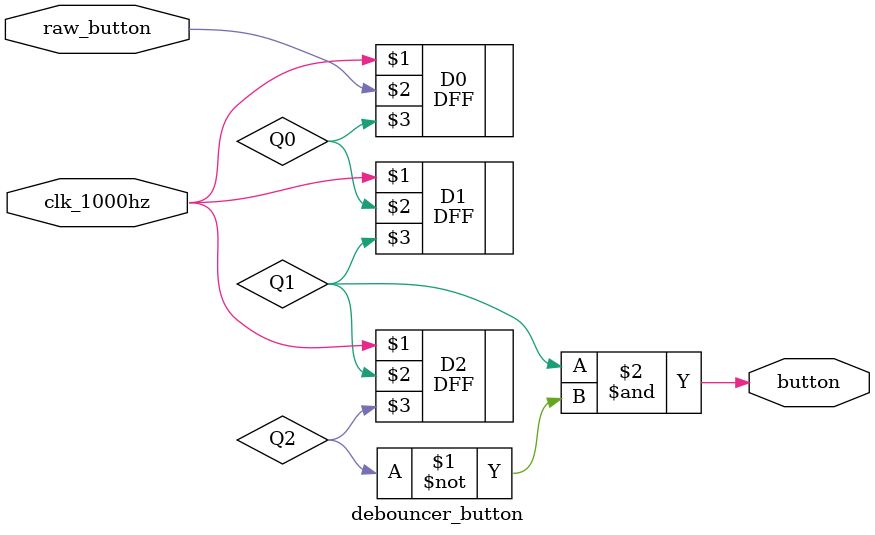
<source format=v>
`timescale 1ns / 1ps


module debouncer_button(
    input raw_button,
    input clk_1000hz,
    output button    
    );
    wire Q0,Q1,Q2,Q3;
    DFF D0 (clk_1000hz,raw_button,Q0);
    DFF D1 (clk_1000hz,Q0,Q1);
    DFF D2 (clk_1000hz,Q1,Q2);
    assign button = Q1 & (~Q2);
endmodule
</source>
